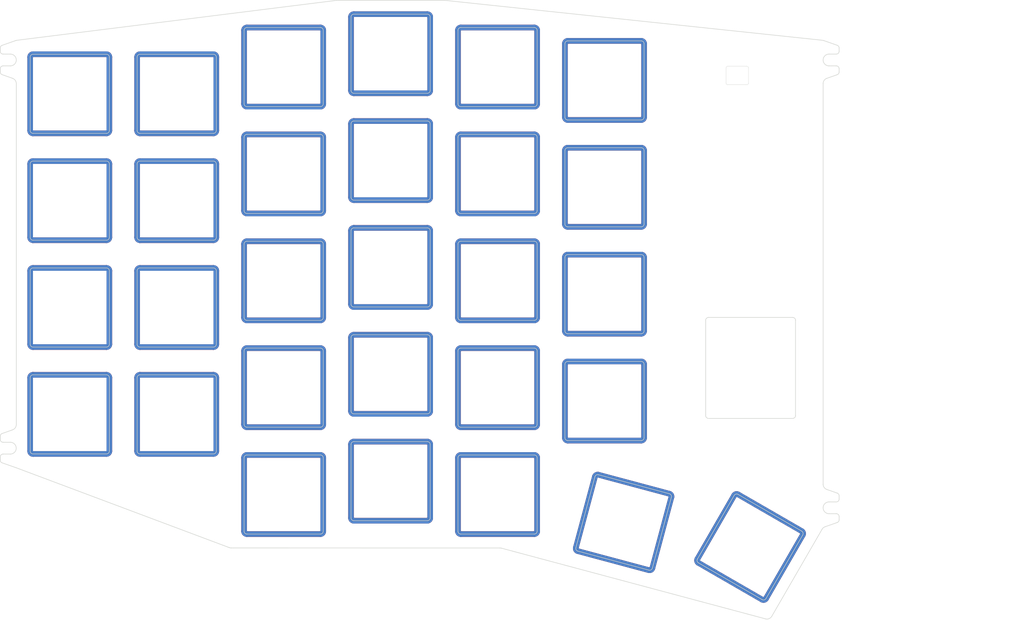
<source format=kicad_pcb>
(kicad_pcb (version 20240108) (generator "pcbnew") (generator_version "8.0")
  (layers (0 "F.Cu" signal) (31 "B.Cu" signal) (34 "B.Paste" user) (35 "F.Paste" user) (36 "B.SilkS" user "B.Silkscreen") (37 "F.SilkS" user "F.Silkscreen") (38 "B.Mask" user) (39 "F.Mask" user) (44 "Edge.Cuts" user))
  (net 0 "")
  (footprint "lib-zegonix:MX-SW-1u-Plate-Cutout" (layer "F.Cu") (at 130.55 69.7875)
    (property "Reference" "MX10" (hide yes))
    (property "Value" "Cutout")
    (fp_line (start -7.05 6.55) (end -7.05 -6.55) (stroke (width 0.1)) (layer "Edge.Cuts"))
    (fp_line (start -6.55 -7.05) (end 6.55 -7.05) (stroke (width 0.1)) (layer "Edge.Cuts"))
    (fp_line (start 6.55 7.05) (end -6.55 7.05) (stroke (width 0.1)) (layer "Edge.Cuts"))
    (fp_line (start 7.05 -6.55) (end 7.05 6.55) (stroke (width 0.1)) (layer "Edge.Cuts"))
    (fp_arc (start -7.05 -6.55) (mid -6.903553 -6.903553) (end -6.55 -7.05) (stroke (width 0.1)) (layer "Edge.Cuts"))
    (fp_arc (start -6.55 7.05) (mid -6.903553 6.903553) (end -7.05 6.55) (stroke (width 0.1)) (layer "Edge.Cuts"))
    (fp_arc (start 6.55 -7.05) (mid 6.903553 -6.903553) (end 7.05 -6.55) (stroke (width 0.1)) (layer "Edge.Cuts"))
    (fp_arc (start 7.05 6.55) (mid 6.903553 6.903553) (end 6.55 7.05) (stroke (width 0.1)) (layer "Edge.Cuts"))
  )
  (footprint "lib-zegonix:MX-SW-1u-Plate-Cutout" (layer "F.Cu") (at 149.6 110.26875)
    (property "Reference" "MX23" (hide yes))
    (property "Value" "Cutout")
    (fp_line (start -7.05 6.55) (end -7.05 -6.55) (stroke (width 0.1)) (layer "Edge.Cuts"))
    (fp_line (start -6.55 -7.05) (end 6.55 -7.05) (stroke (width 0.1)) (layer "Edge.Cuts"))
    (fp_line (start 6.55 7.05) (end -6.55 7.05) (stroke (width 0.1)) (layer "Edge.Cuts"))
    (fp_line (start 7.05 -6.55) (end 7.05 6.55) (stroke (width 0.1)) (layer "Edge.Cuts"))
    (fp_arc (start -7.05 -6.55) (mid -6.903553 -6.903553) (end -6.55 -7.05) (stroke (width 0.1)) (layer "Edge.Cuts"))
    (fp_arc (start -6.55 7.05) (mid -6.903553 6.903553) (end -7.05 6.55) (stroke (width 0.1)) (layer "Edge.Cuts"))
    (fp_arc (start 6.55 -7.05) (mid 6.903553 -6.903553) (end 7.05 -6.55) (stroke (width 0.1)) (layer "Edge.Cuts"))
    (fp_arc (start 7.05 6.55) (mid 6.903553 6.903553) (end 6.55 7.05) (stroke (width 0.1)) (layer "Edge.Cuts"))
  )
  (footprint "lib-zegonix:MX-SW-1u-Plate-Cutout" (layer "F.Cu") (at 73.4 57.88125)
    (property "Reference" "MX1" (hide yes))
    (property "Value" "Cutout")
    (fp_line (start -7.05 6.55) (end -7.05 -6.55) (stroke (width 0.1)) (layer "Edge.Cuts"))
    (fp_line (start -6.55 -7.05) (end 6.55 -7.05) (stroke (width 0.1)) (layer "Edge.Cuts"))
    (fp_line (start 6.55 7.05) (end -6.55 7.05) (stroke (width 0.1)) (layer "Edge.Cuts"))
    (fp_line (start 7.05 -6.55) (end 7.05 6.55) (stroke (width 0.1)) (layer "Edge.Cuts"))
    (fp_arc (start -7.05 -6.55) (mid -6.903553 -6.903553) (end -6.55 -7.05) (stroke (width 0.1)) (layer "Edge.Cuts"))
    (fp_arc (start -6.55 7.05) (mid -6.903553 6.903553) (end -7.05 6.55) (stroke (width 0.1)) (layer "Edge.Cuts"))
    (fp_arc (start 6.55 -7.05) (mid 6.903553 -6.903553) (end 7.05 -6.55) (stroke (width 0.1)) (layer "Edge.Cuts"))
    (fp_arc (start 7.05 6.55) (mid 6.903553 6.903553) (end 6.55 7.05) (stroke (width 0.1)) (layer "Edge.Cuts"))
  )
  (footprint "lib-zegonix:MX-SW-1u-Plate-Cutout" (layer "F.Cu") (at 92.45 115.03125)
    (property "Reference" "MX20" (hide yes))
    (property "Value" "Cutout")
    (fp_line (start -7.05 6.55) (end -7.05 -6.55) (stroke (width 0.1)) (layer "Edge.Cuts"))
    (fp_line (start -6.55 -7.05) (end 6.55 -7.05) (stroke (width 0.1)) (layer "Edge.Cuts"))
    (fp_line (start 6.55 7.05) (end -6.55 7.05) (stroke (width 0.1)) (layer "Edge.Cuts"))
    (fp_line (start 7.05 -6.55) (end 7.05 6.55) (stroke (width 0.1)) (layer "Edge.Cuts"))
    (fp_arc (start -7.05 -6.55) (mid -6.903553 -6.903553) (end -6.55 -7.05) (stroke (width 0.1)) (layer "Edge.Cuts"))
    (fp_arc (start -6.55 7.05) (mid -6.903553 6.903553) (end -7.05 6.55) (stroke (width 0.1)) (layer "Edge.Cuts"))
    (fp_arc (start 6.55 -7.05) (mid 6.903553 -6.903553) (end 7.05 -6.55) (stroke (width 0.1)) (layer "Edge.Cuts"))
    (fp_arc (start 7.05 6.55) (mid 6.903553 6.903553) (end 6.55 7.05) (stroke (width 0.1)) (layer "Edge.Cuts"))
  )
  (footprint "lib-zegonix:MX-SW-1u-Plate-Cutout" (layer "F.Cu") (at 168.65 55.5)
    (property "Reference" "MX6" (hide yes))
    (property "Value" "Cutout")
    (fp_line (start -7.05 6.55) (end -7.05 -6.55) (stroke (width 0.1)) (layer "Edge.Cuts"))
    (fp_line (start -6.55 -7.05) (end 6.55 -7.05) (stroke (width 0.1)) (layer "Edge.Cuts"))
    (fp_line (start 6.55 7.05) (end -6.55 7.05) (stroke (width 0.1)) (layer "Edge.Cuts"))
    (fp_line (start 7.05 -6.55) (end 7.05 6.55) (stroke (width 0.1)) (layer "Edge.Cuts"))
    (fp_arc (start -7.05 -6.55) (mid -6.903553 -6.903553) (end -6.55 -7.05) (stroke (width 0.1)) (layer "Edge.Cuts"))
    (fp_arc (start -6.55 7.05) (mid -6.903553 6.903553) (end -7.05 6.55) (stroke (width 0.1)) (layer "Edge.Cuts"))
    (fp_arc (start 6.55 -7.05) (mid 6.903553 -6.903553) (end 7.05 -6.55) (stroke (width 0.1)) (layer "Edge.Cuts"))
    (fp_arc (start 7.05 6.55) (mid 6.903553 6.903553) (end 6.55 7.05) (stroke (width 0.1)) (layer "Edge.Cuts"))
  )
  (footprint "lib-zegonix:MX-SW-1u-Plate-Cutout" (layer "F.Cu") (at 130.55 107.8875)
    (property "Reference" "MX22" (hide yes))
    (property "Value" "Cutout")
    (fp_line (start -7.05 6.55) (end -7.05 -6.55) (stroke (width 0.1)) (layer "Edge.Cuts"))
    (fp_line (start -6.55 -7.05) (end 6.55 -7.05) (stroke (width 0.1)) (layer "Edge.Cuts"))
    (fp_line (start 6.55 7.05) (end -6.55 7.05) (stroke (width 0.1)) (layer "Edge.Cuts"))
    (fp_line (start 7.05 -6.55) (end 7.05 6.55) (stroke (width 0.1)) (layer "Edge.Cuts"))
    (fp_arc (start -7.05 -6.55) (mid -6.903553 -6.903553) (end -6.55 -7.05) (stroke (width 0.1)) (layer "Edge.Cuts"))
    (fp_arc (start -6.55 7.05) (mid -6.903553 6.903553) (end -7.05 6.55) (stroke (width 0.1)) (layer "Edge.Cuts"))
    (fp_arc (start 6.55 -7.05) (mid 6.903553 -6.903553) (end 7.05 -6.55) (stroke (width 0.1)) (layer "Edge.Cuts"))
    (fp_arc (start 7.05 6.55) (mid 6.903553 6.903553) (end 6.55 7.05) (stroke (width 0.1)) (layer "Edge.Cuts"))
  )
  (footprint "lib-zegonix:MX-SW-1u-Plate-Cutout" (layer "F.Cu") (at 130.55 88.8375)
    (property "Reference" "MX16" (hide yes))
    (property "Value" "Cutout")
    (fp_line (start -7.05 6.55) (end -7.05 -6.55) (stroke (width 0.1)) (layer "Edge.Cuts"))
    (fp_line (start -6.55 -7.05) (end 6.55 -7.05) (stroke (width 0.1)) (layer "Edge.Cuts"))
    (fp_line (start 6.55 7.05) (end -6.55 7.05) (stroke (width 0.1)) (layer "Edge.Cuts"))
    (fp_line (start 7.05 -6.55) (end 7.05 6.55) (stroke (width 0.1)) (layer "Edge.Cuts"))
    (fp_arc (start -7.05 -6.55) (mid -6.903553 -6.903553) (end -6.55 -7.05) (stroke (width 0.1)) (layer "Edge.Cuts"))
    (fp_arc (start -6.55 7.05) (mid -6.903553 6.903553) (end -7.05 6.55) (stroke (width 0.1)) (layer "Edge.Cuts"))
    (fp_arc (start 6.55 -7.05) (mid 6.903553 -6.903553) (end 7.05 -6.55) (stroke (width 0.1)) (layer "Edge.Cuts"))
    (fp_arc (start 7.05 6.55) (mid 6.903553 6.903553) (end 6.55 7.05) (stroke (width 0.1)) (layer "Edge.Cuts"))
  )
  (footprint "lib-zegonix:MX-SW-1u-Plate-Cutout" (layer "F.Cu") (at 168.65 112.65)
    (property "Reference" "MX24" (hide yes))
    (property "Value" "Cutout")
    (fp_line (start -7.05 6.55) (end -7.05 -6.55) (stroke (width 0.1)) (layer "Edge.Cuts"))
    (fp_line (start -6.55 -7.05) (end 6.55 -7.05) (stroke (width 0.1)) (layer "Edge.Cuts"))
    (fp_line (start 6.55 7.05) (end -6.55 7.05) (stroke (width 0.1)) (layer "Edge.Cuts"))
    (fp_line (start 7.05 -6.55) (end 7.05 6.55) (stroke (width 0.1)) (layer "Edge.Cuts"))
    (fp_arc (start -7.05 -6.55) (mid -6.903553 -6.903553) (end -6.55 -7.05) (stroke (width 0.1)) (layer "Edge.Cuts"))
    (fp_arc (start -6.55 7.05) (mid -6.903553 6.903553) (end -7.05 6.55) (stroke (width 0.1)) (layer "Edge.Cuts"))
    (fp_arc (start 6.55 -7.05) (mid 6.903553 -6.903553) (end 7.05 -6.55) (stroke (width 0.1)) (layer "Edge.Cuts"))
    (fp_arc (start 7.05 6.55) (mid 6.903553 6.903553) (end 6.55 7.05) (stroke (width 0.1)) (layer "Edge.Cuts"))
  )
  (footprint "lib-zegonix:MX-SW-1u-Plate-Cutout" (layer "F.Cu") (at 111.5 129.31875)
    (property "Reference" "MX25" (hide yes))
    (property "Value" "Cutout")
    (fp_line (start -7.05 6.55) (end -7.05 -6.55) (stroke (width 0.1)) (layer "Edge.Cuts"))
    (fp_line (start -6.55 -7.05) (end 6.55 -7.05) (stroke (width 0.1)) (layer "Edge.Cuts"))
    (fp_line (start 6.55 7.05) (end -6.55 7.05) (stroke (width 0.1)) (layer "Edge.Cuts"))
    (fp_line (start 7.05 -6.55) (end 7.05 6.55) (stroke (width 0.1)) (layer "Edge.Cuts"))
    (fp_arc (start -7.05 -6.55) (mid -6.903553 -6.903553) (end -6.55 -7.05) (stroke (width 0.1)) (layer "Edge.Cuts"))
    (fp_arc (start -6.55 7.05) (mid -6.903553 6.903553) (end -7.05 6.55) (stroke (width 0.1)) (layer "Edge.Cuts"))
    (fp_arc (start 6.55 -7.05) (mid 6.903553 -6.903553) (end 7.05 -6.55) (stroke (width 0.1)) (layer "Edge.Cuts"))
    (fp_arc (start 7.05 6.55) (mid 6.903553 6.903553) (end 6.55 7.05) (stroke (width 0.1)) (layer "Edge.Cuts"))
  )
  (footprint "lib-zegonix:MX-SW-1u-Plate-Cutout" (layer "F.Cu") (at 130.55 50.7375)
    (property "Reference" "MX4" (hide yes))
    (property "Value" "Cutout")
    (fp_line (start -7.05 6.55) (end -7.05 -6.55) (stroke (width 0.1)) (layer "Edge.Cuts"))
    (fp_line (start -6.55 -7.05) (end 6.55 -7.05) (stroke (width 0.1)) (layer "Edge.Cuts"))
    (fp_line (start 6.55 7.05) (end -6.55 7.05) (stroke (width 0.1)) (layer "Edge.Cuts"))
    (fp_line (start 7.05 -6.55) (end 7.05 6.55) (stroke (width 0.1)) (layer "Edge.Cuts"))
    (fp_arc (start -7.05 -6.55) (mid -6.903553 -6.903553) (end -6.55 -7.05) (stroke (width 0.1)) (layer "Edge.Cuts"))
    (fp_arc (start -6.55 7.05) (mid -6.903553 6.903553) (end -7.05 6.55) (stroke (width 0.1)) (layer "Edge.Cuts"))
    (fp_arc (start 6.55 -7.05) (mid 6.903553 -6.903553) (end 7.05 -6.55) (stroke (width 0.1)) (layer "Edge.Cuts"))
    (fp_arc (start 7.05 6.55) (mid 6.903553 6.903553) (end 6.55 7.05) (stroke (width 0.1)) (layer "Edge.Cuts"))
  )
  (footprint "lib-zegonix:MX-SW-1u-Plate-Cutout" (layer "F.Cu") (at 168.65 93.6)
    (property "Reference" "MX18" (hide yes))
    (property "Value" "Cutout")
    (fp_line (start -7.05 6.55) (end -7.05 -6.55) (stroke (width 0.1)) (layer "Edge.Cuts"))
    (fp_line (start -6.55 -7.05) (end 6.55 -7.05) (stroke (width 0.1)) (layer "Edge.Cuts"))
    (fp_line (start 6.55 7.05) (end -6.55 7.05) (stroke (width 0.1)) (layer "Edge.Cuts"))
    (fp_line (start 7.05 -6.55) (end 7.05 6.55) (stroke (width 0.1)) (layer "Edge.Cuts"))
    (fp_arc (start -7.05 -6.55) (mid -6.903553 -6.903553) (end -6.55 -7.05) (stroke (width 0.1)) (layer "Edge.Cuts"))
    (fp_arc (start -6.55 7.05) (mid -6.903553 6.903553) (end -7.05 6.55) (stroke (width 0.1)) (layer "Edge.Cuts"))
    (fp_arc (start 6.55 -7.05) (mid 6.903553 -6.903553) (end 7.05 -6.55) (stroke (width 0.1)) (layer "Edge.Cuts"))
    (fp_arc (start 7.05 6.55) (mid 6.903553 6.903553) (end 6.55 7.05) (stroke (width 0.1)) (layer "Edge.Cuts"))
  )
  (footprint "lib-zegonix:MX-SW-1u-Plate-Cutout" (layer "F.Cu") (at 111.5 91.21875)
    (property "Reference" "MX15" (hide yes))
    (property "Value" "Cutout")
    (fp_line (start -7.05 6.55) (end -7.05 -6.55) (stroke (width 0.1)) (layer "Edge.Cuts"))
    (fp_line (start -6.55 -7.05) (end 6.55 -7.05) (stroke (width 0.1)) (layer "Edge.Cuts"))
    (fp_line (start 6.55 7.05) (end -6.55 7.05) (stroke (width 0.1)) (layer "Edge.Cuts"))
    (fp_line (start 7.05 -6.55) (end 7.05 6.55) (stroke (width 0.1)) (layer "Edge.Cuts"))
    (fp_arc (start -7.05 -6.55) (mid -6.903553 -6.903553) (end -6.55 -7.05) (stroke (width 0.1)) (layer "Edge.Cuts"))
    (fp_arc (start -6.55 7.05) (mid -6.903553 6.903553) (end -7.05 6.55) (stroke (width 0.1)) (layer "Edge.Cuts"))
    (fp_arc (start 6.55 -7.05) (mid 6.903553 -6.903553) (end 7.05 -6.55) (stroke (width 0.1)) (layer "Edge.Cuts"))
    (fp_arc (start 7.05 6.55) (mid 6.903553 6.903553) (end 6.55 7.05) (stroke (width 0.1)) (layer "Edge.Cuts"))
  )
  (footprint "lib-zegonix:MX-SW-1u-Plate-Cutout" (layer "F.Cu") (at 73.4 95.98125)
    (property "Reference" "MX13" (hide yes))
    (property "Value" "Cutout")
    (fp_line (start -7.05 6.55) (end -7.05 -6.55) (stroke (width 0.1)) (layer "Edge.Cuts"))
    (fp_line (start -6.55 -7.05) (end 6.55 -7.05) (stroke (width 0.1)) (layer "Edge.Cuts"))
    (fp_line (start 6.55 7.05) (end -6.55 7.05) (stroke (width 0.1)) (layer "Edge.Cuts"))
    (fp_line (start 7.05 -6.55) (end 7.05 6.55) (stroke (width 0.1)) (layer "Edge.Cuts"))
    (fp_arc (start -7.05 -6.55) (mid -6.903553 -6.903553) (end -6.55 -7.05) (stroke (width 0.1)) (layer "Edge.Cuts"))
    (fp_arc (start -6.55 7.05) (mid -6.903553 6.903553) (end -7.05 6.55) (stroke (width 0.1)) (layer "Edge.Cuts"))
    (fp_arc (start 6.55 -7.05) (mid 6.903553 -6.903553) (end 7.05 -6.55) (stroke (width 0.1)) (layer "Edge.Cuts"))
    (fp_arc (start 7.05 6.55) (mid 6.903553 6.903553) (end 6.55 7.05) (stroke (width 0.1)) (layer "Edge.Cuts"))
  )
  (footprint "lib-zegonix:MX-SW-1u-Plate-Cutout" (layer "F.Cu") (at 130.55 126.9375)
    (property "Reference" "MX26" (hide yes))
    (property "Value" "Cutout")
    (fp_line (start -7.05 6.55) (end -7.05 -6.55) (stroke (width 0.1)) (layer "Edge.Cuts"))
    (fp_line (start -6.55 -7.05) (end 6.55 -7.05) (stroke (width 0.1)) (layer "Edge.Cuts"))
    (fp_line (start 6.55 7.05) (end -6.55 7.05) (stroke (width 0.1)) (layer "Edge.Cuts"))
    (fp_line (start 7.05 -6.55) (end 7.05 6.55) (stroke (width 0.1)) (layer "Edge.Cuts"))
    (fp_arc (start -7.05 -6.55) (mid -6.903553 -6.903553) (end -6.55 -7.05) (stroke (width 0.1)) (layer "Edge.Cuts"))
    (fp_arc (start -6.55 7.05) (mid -6.903553 6.903553) (end -7.05 6.55) (stroke (width 0.1)) (layer "Edge.Cuts"))
    (fp_arc (start 6.55 -7.05) (mid 6.903553 -6.903553) (end 7.05 -6.55) (stroke (width 0.1)) (layer "Edge.Cuts"))
    (fp_arc (start 7.05 6.55) (mid 6.903553 6.903553) (end 6.55 7.05) (stroke (width 0.1)) (layer "Edge.Cuts"))
  )
  (footprint "lib-zegonix:MX-SW-1u-Plate-Cutout" (layer "F.Cu") (at 92.45 57.88125)
    (property "Reference" "MX2" (hide yes))
    (property "Value" "Cutout")
    (fp_line (start -7.05 6.55) (end -7.05 -6.55) (stroke (width 0.1)) (layer "Edge.Cuts"))
    (fp_line (start -6.55 -7.05) (end 6.55 -7.05) (stroke (width 0.1)) (layer "Edge.Cuts"))
    (fp_line (start 6.55 7.05) (end -6.55 7.05) (stroke (width 0.1)) (layer "Edge.Cuts"))
    (fp_line (start 7.05 -6.55) (end 7.05 6.55) (stroke (width 0.1)) (layer "Edge.Cuts"))
    (fp_arc (start -7.05 -6.55) (mid -6.903553 -6.903553) (end -6.55 -7.05) (stroke (width 0.1)) (layer "Edge.Cuts"))
    (fp_arc (start -6.55 7.05) (mid -6.903553 6.903553) (end -7.05 6.55) (stroke (width 0.1)) (layer "Edge.Cuts"))
    (fp_arc (start 6.55 -7.05) (mid 6.903553 -6.903553) (end 7.05 -6.55) (stroke (width 0.1)) (layer "Edge.Cuts"))
    (fp_arc (start 7.05 6.55) (mid 6.903553 6.903553) (end 6.55 7.05) (stroke (width 0.1)) (layer "Edge.Cuts"))
  )
  (footprint "lib-zegonix:MX-SW-1u-Plate-Cutout" (layer "F.Cu") (at 149.6 72.16875)
    (property "Reference" "MX11" (hide yes))
    (property "Value" "Cutout")
    (fp_line (start -7.05 6.55) (end -7.05 -6.55) (stroke (width 0.1)) (layer "Edge.Cuts"))
    (fp_line (start -6.55 -7.05) (end 6.55 -7.05) (stroke (width 0.1)) (layer "Edge.Cuts"))
    (fp_line (start 6.55 7.05) (end -6.55 7.05) (stroke (width 0.1)) (layer "Edge.Cuts"))
    (fp_line (start 7.05 -6.55) (end 7.05 6.55) (stroke (width 0.1)) (layer "Edge.Cuts"))
    (fp_arc (start -7.05 -6.55) (mid -6.903553 -6.903553) (end -6.55 -7.05) (stroke (width 0.1)) (layer "Edge.Cuts"))
    (fp_arc (start -6.55 7.05) (mid -6.903553 6.903553) (end -7.05 6.55) (stroke (width 0.1)) (layer "Edge.Cuts"))
    (fp_arc (start 6.55 -7.05) (mid 6.903553 -6.903553) (end 7.05 -6.55) (stroke (width 0.1)) (layer "Edge.Cuts"))
    (fp_arc (start 7.05 6.55) (mid 6.903553 6.903553) (end 6.55 7.05) (stroke (width 0.1)) (layer "Edge.Cuts"))
  )
  (footprint "lib-zegonix:MX-SW-1u-Plate-Cutout" (layer "F.Cu") (at 73.4 76.93125)
    (property "Reference" "MX7" (hide yes))
    (property "Value" "Cutout")
    (fp_line (start -7.05 6.55) (end -7.05 -6.55) (stroke (width 0.1)) (layer "Edge.Cuts"))
    (fp_line (start -6.55 -7.05) (end 6.55 -7.05) (stroke (width 0.1)) (layer "Edge.Cuts"))
    (fp_line (start 6.55 7.05) (end -6.55 7.05) (stroke (width 0.1)) (layer "Edge.Cuts"))
    (fp_line (start 7.05 -6.55) (end 7.05 6.55) (stroke (width 0.1)) (layer "Edge.Cuts"))
    (fp_arc (start -7.05 -6.55) (mid -6.903553 -6.903553) (end -6.55 -7.05) (stroke (width 0.1)) (layer "Edge.Cuts"))
    (fp_arc (start -6.55 7.05) (mid -6.903553 6.903553) (end -7.05 6.55) (stroke (width 0.1)) (layer "Edge.Cuts"))
    (fp_arc (start 6.55 -7.05) (mid 6.903553 -6.903553) (end 7.05 -6.55) (stroke (width 0.1)) (layer "Edge.Cuts"))
    (fp_arc (start 7.05 6.55) (mid 6.903553 6.903553) (end 6.55 7.05) (stroke (width 0.1)) (layer "Edge.Cuts"))
  )
  (footprint "lib-zegonix:MX-SW-1u-Plate-Cutout" (layer "F.Cu") (at 92.45 95.98125)
    (property "Reference" "MX14" (hide yes))
    (property "Value" "Cutout")
    (fp_line (start -7.05 6.55) (end -7.05 -6.55) (stroke (width 0.1)) (layer "Edge.Cuts"))
    (fp_line (start -6.55 -7.05) (end 6.55 -7.05) (stroke (width 0.1)) (layer "Edge.Cuts"))
    (fp_line (start 6.55 7.05) (end -6.55 7.05) (stroke (width 0.1)) (layer "Edge.Cuts"))
    (fp_line (start 7.05 -6.55) (end 7.05 6.55) (stroke (width 0.1)) (layer "Edge.Cuts"))
    (fp_arc (start -7.05 -6.55) (mid -6.903553 -6.903553) (end -6.55 -7.05) (stroke (width 0.1)) (layer "Edge.Cuts"))
    (fp_arc (start -6.55 7.05) (mid -6.903553 6.903553) (end -7.05 6.55) (stroke (width 0.1)) (layer "Edge.Cuts"))
    (fp_arc (start 6.55 -7.05) (mid 6.903553 -6.903553) (end 7.05 -6.55) (stroke (width 0.1)) (layer "Edge.Cuts"))
    (fp_arc (start 7.05 6.55) (mid 6.903553 6.903553) (end 6.55 7.05) (stroke (width 0.1)) (layer "Edge.Cuts"))
  )
  (footprint "lib-zegonix:MX-SW-1u-Plate-Cutout" (layer "F.Cu") (at 111.5 53.11875)
    (property "Reference" "MX3" (hide yes))
    (property "Value" "Cutout")
    (fp_line (start -7.05 6.55) (end -7.05 -6.55) (stroke (width 0.1)) (layer "Edge.Cuts"))
    (fp_line (start -6.55 -7.05) (end 6.55 -7.05) (stroke (width 0.1)) (layer "Edge.Cuts"))
    (fp_line (start 6.55 7.05) (end -6.55 7.05) (stroke (width 0.1)) (layer "Edge.Cuts"))
    (fp_line (start 7.05 -6.55) (end 7.05 6.55) (stroke (width 0.1)) (layer "Edge.Cuts"))
    (fp_arc (start -7.05 -6.55) (mid -6.903553 -6.903553) (end -6.55 -7.05) (stroke (width 0.1)) (layer "Edge.Cuts"))
    (fp_arc (start -6.55 7.05) (mid -6.903553 6.903553) (end -7.05 6.55) (stroke (width 0.1)) (layer "Edge.Cuts"))
    (fp_arc (start 6.55 -7.05) (mid 6.903553 -6.903553) (end 7.05 -6.55) (stroke (width 0.1)) (layer "Edge.Cuts"))
    (fp_arc (start 7.05 6.55) (mid 6.903553 6.903553) (end 6.55 7.05) (stroke (width 0.1)) (layer "Edge.Cuts"))
  )
  (footprint "lib-zegonix:MX-SW-1u-Plate-Cutout" (layer "F.Cu") (at 149.6 53.11875)
    (property "Reference" "MX5" (hide yes))
    (property "Value" "Cutout")
    (fp_line (start -7.05 6.55) (end -7.05 -6.55) (stroke (width 0.1)) (layer "Edge.Cuts"))
    (fp_line (start -6.55 -7.05) (end 6.55 -7.05) (stroke (width 0.1)) (layer "Edge.Cuts"))
    (fp_line (start 6.55 7.05) (end -6.55 7.05) (stroke (width 0.1)) (layer "Edge.Cuts"))
    (fp_line (start 7.05 -6.55) (end 7.05 6.55) (stroke (width 0.1)) (layer "Edge.Cuts"))
    (fp_arc (start -7.05 -6.55) (mid -6.903553 -6.903553) (end -6.55 -7.05) (stroke (width 0.1)) (layer "Edge.Cuts"))
    (fp_arc (start -6.55 7.05) (mid -6.903553 6.903553) (end -7.05 6.55) (stroke (width 0.1)) (layer "Edge.Cuts"))
    (fp_arc (start 6.55 -7.05) (mid 6.903553 -6.903553) (end 7.05 -6.55) (stroke (width 0.1)) (layer "Edge.Cuts"))
    (fp_arc (start 7.05 6.55) (mid 6.903553 6.903553) (end 6.55 7.05) (stroke (width 0.1)) (layer "Edge.Cuts"))
  )
  (footprint "lib-zegonix:MX-SW-1u-Plate-Cutout" (layer "F.Cu") (at 92.45 76.93125)
    (property "Reference" "MX8" (hide yes))
    (property "Value" "Cutout")
    (fp_line (start -7.05 6.55) (end -7.05 -6.55) (stroke (width 0.1)) (layer "Edge.Cuts"))
    (fp_line (start -6.55 -7.05) (end 6.55 -7.05) (stroke (width 0.1)) (layer "Edge.Cuts"))
    (fp_line (start 6.55 7.05) (end -6.55 7.05) (stroke (width 0.1)) (layer "Edge.Cuts"))
    (fp_line (start 7.05 -6.55) (end 7.05 6.55) (stroke (width 0.1)) (layer "Edge.Cuts"))
    (fp_arc (start -7.05 -6.55) (mid -6.903553 -6.903553) (end -6.55 -7.05) (stroke (width 0.1)) (layer "Edge.Cuts"))
    (fp_arc (start -6.55 7.05) (mid -6.903553 6.903553) (end -7.05 6.55) (stroke (width 0.1)) (layer "Edge.Cuts"))
    (fp_arc (start 6.55 -7.05) (mid 6.903553 -6.903553) (end 7.05 -6.55) (stroke (width 0.1)) (layer "Edge.Cuts"))
    (fp_arc (start 7.05 6.55) (mid 6.903553 6.903553) (end 6.55 7.05) (stroke (width 0.1)) (layer "Edge.Cuts"))
  )
  (footprint "lib-zegonix:MX-SW-1u-Plate-Cutout" (layer "F.Cu") (at 73.4 115.03125)
    (property "Reference" "MX19" (hide yes))
    (property "Value" "Cutout")
    (fp_line (start -7.05 6.55) (end -7.05 -6.55) (stroke (width 0.1)) (layer "Edge.Cuts"))
    (fp_line (start -6.55 -7.05) (end 6.55 -7.05) (stroke (width 0.1)) (layer "Edge.Cuts"))
    (fp_line (start 6.55 7.05) (end -6.55 7.05) (stroke (width 0.1)) (layer "Edge.Cuts"))
    (fp_line (start 7.05 -6.55) (end 7.05 6.55) (stroke (width 0.1)) (layer "Edge.Cuts"))
    (fp_arc (start -7.05 -6.55) (mid -6.903553 -6.903553) (end -6.55 -7.05) (stroke (width 0.1)) (layer "Edge.Cuts"))
    (fp_arc (start -6.55 7.05) (mid -6.903553 6.903553) (end -7.05 6.55) (stroke (width 0.1)) (layer "Edge.Cuts"))
    (fp_arc (start 6.55 -7.05) (mid 6.903553 -6.903553) (end 7.05 -6.55) (stroke (width 0.1)) (layer "Edge.Cuts"))
    (fp_arc (start 7.05 6.55) (mid 6.903553 6.903553) (end 6.55 7.05) (stroke (width 0.1)) (layer "Edge.Cuts"))
  )
  (footprint "lib-zegonix:MX-SW-1u-Plate-Cutout" (layer "F.Cu") (at 149.6 91.21875)
    (property "Reference" "MX17" (hide yes))
    (property "Value" "Cutout")
    (fp_line (start -7.05 6.55) (end -7.05 -6.55) (stroke (width 0.1)) (layer "Edge.Cuts"))
    (fp_line (start -6.55 -7.05) (end 6.55 -7.05) (stroke (width 0.1)) (layer "Edge.Cuts"))
    (fp_line (start 6.55 7.05) (end -6.55 7.05) (stroke (width 0.1)) (layer "Edge.Cuts"))
    (fp_line (start 7.05 -6.55) (end 7.05 6.55) (stroke (width 0.1)) (layer "Edge.Cuts"))
    (fp_arc (start -7.05 -6.55) (mid -6.903553 -6.903553) (end -6.55 -7.05) (stroke (width 0.1)) (layer "Edge.Cuts"))
    (fp_arc (start -6.55 7.05) (mid -6.903553 6.903553) (end -7.05 6.55) (stroke (width 0.1)) (layer "Edge.Cuts"))
    (fp_arc (start 6.55 -7.05) (mid 6.903553 -6.903553) (end 7.05 -6.55) (stroke (width 0.1)) (layer "Edge.Cuts"))
    (fp_arc (start 7.05 6.55) (mid 6.903553 6.903553) (end 6.55 7.05) (stroke (width 0.1)) (layer "Edge.Cuts"))
  )
  (footprint "lib-zegonix:MX-SW-1u-Plate-Cutout" (layer "F.Cu") (at 111.5 72.16875)
    (property "Reference" "MX9" (hide yes))
    (property "Value" "Cutout")
    (fp_line (start -7.05 6.55) (end -7.05 -6.55) (stroke (width 0.1)) (layer "Edge.Cuts"))
    (fp_line (start -6.55 -7.05) (end 6.55 -7.05) (stroke (width 0.1)) (layer "Edge.Cuts"))
    (fp_line (start 6.55 7.05) (end -6.55 7.05) (stroke (width 0.1)) (layer "Edge.Cuts"))
    (fp_line (start 7.05 -6.55) (end 7.05 6.55) (stroke (width 0.1)) (layer "Edge.Cuts"))
    (fp_arc (start -7.05 -6.55) (mid -6.903553 -6.903553) (end -6.55 -7.05) (stroke (width 0.1)) (layer "Edge.Cuts"))
    (fp_arc (start -6.55 7.05) (mid -6.903553 6.903553) (end -7.05 6.55) (stroke (width 0.1)) (layer "Edge.Cuts"))
    (fp_arc (start 6.55 -7.05) (mid 6.903553 -6.903553) (end 7.05 -6.55) (stroke (width 0.1)) (layer "Edge.Cuts"))
    (fp_arc (start 7.05 6.55) (mid 6.903553 6.903553) (end 6.55 7.05) (stroke (width 0.1)) (layer "Edge.Cuts"))
  )
  (footprint "lib-zegonix:MX-SW-1u-Plate-Cutout" (layer "F.Cu") (at 172.056853 134.296277 -15)
    (property "Reference" "MX28" (hide yes))
    (property "Value" "Cutout")
    (fp_line (start -7.05 6.55) (end -7.05 -6.55) (stroke (width 0.1)) (layer "Edge.Cuts"))
    (fp_line (start -6.55 -7.05) (end 6.55 -7.05) (stroke (width 0.1)) (layer "Edge.Cuts"))
    (fp_line (start 6.55 7.05) (end -6.55 7.05) (stroke (width 0.1)) (layer "Edge.Cuts"))
    (fp_line (start 7.05 -6.55) (end 7.05 6.55) (stroke (width 0.1)) (layer "Edge.Cuts"))
    (fp_arc (start -6.55 7.05) (mid -6.903553 6.903553) (end -7.05 6.55) (stroke (width 0.1)) (layer "Edge.Cuts"))
    (fp_arc (start -7.05 -6.55) (mid -6.903553 -6.903553) (end -6.55 -7.05) (stroke (width 0.1)) (layer "Edge.Cuts"))
    (fp_arc (start 7.05 6.55) (mid 6.903553 6.903553) (end 6.55 7.05) (stroke (width 0.1)) (layer "Edge.Cuts"))
    (fp_arc (start 6.55 -7.05) (mid 6.903553 -6.903553) (end 7.05 -6.55) (stroke (width 0.1)) (layer "Edge.Cuts"))
  )
  (footprint "lib-zegonix:MX-SW-1u-Plate-Cutout" (layer "F.Cu") (at 111.5 110.26875)
    (property "Reference" "MX21" (hide yes))
    (property "Value" "Cutout")
    (fp_line (start -7.05 6.55) (end -7.05 -6.55) (stroke (width 0.1)) (layer "Edge.Cuts"))
    (fp_line (start -6.55 -7.05) (end 6.55 -7.05) (stroke (width 0.1)) (layer "Edge.Cuts"))
    (fp_line (start 6.55 7.05) (end -6.55 7.05) (stroke (width 0.1)) (layer "Edge.Cuts"))
    (fp_line (start 7.05 -6.55) (end 7.05 6.55) (stroke (width 0.1)) (layer "Edge.Cuts"))
    (fp_arc (start -7.05 -6.55) (mid -6.903553 -6.903553) (end -6.55 -7.05) (stroke (width 0.1)) (layer "Edge.Cuts"))
    (fp_arc (start -6.55 7.05) (mid -6.903553 6.903553) (end -7.05 6.55) (stroke (width 0.1)) (layer "Edge.Cuts"))
    (fp_arc (start 6.55 -7.05) (mid 6.903553 -6.903553) (end 7.05 -6.55) (stroke (width 0.1)) (layer "Edge.Cuts"))
    (fp_arc (start 7.05 6.55) (mid 6.903553 6.903553) (end 6.55 7.05) (stroke (width 0.1)) (layer "Edge.Cuts"))
  )
  (footprint "lib-zegonix:MX-SW-1u-Plate-Cutout" (layer "F.Cu") (at 149.6 129.31875)
    (property "Reference" "MX27" (hide yes))
    (property "Value" "Cutout")
    (fp_line (start -7.05 6.55) (end -7.05 -6.55) (stroke (width 0.1)) (layer "Edge.Cuts"))
    (fp_line (start -6.55 -7.05) (end 6.55 -7.05) (stroke (width 0.1)) (layer "Edge.Cuts"))
    (fp_line (start 6.55 7.05) (end -6.55 7.05) (stroke (width 0.1)) (layer "Edge.Cuts"))
    (fp_line (start 7.05 -6.55) (end 7.05 6.55) (stroke (width 0.1)) (layer "Edge.Cuts"))
    (fp_arc (start -7.05 -6.55) (mid -6.903553 -6.903553) (end -6.55 -7.05) (stroke (width 0.1)) (layer "Edge.Cuts"))
    (fp_arc (start -6.55 7.05) (mid -6.903553 6.903553) (end -7.05 6.55) (stroke (width 0.1)) (layer "Edge.Cuts"))
    (fp_arc (start 6.55 -7.05) (mid 6.903553 -6.903553) (end 7.05 -6.55) (stroke (width 0.1)) (layer "Edge.Cuts"))
    (fp_arc (start 7.05 6.55) (mid 6.903553 6.903553) (end 6.55 7.05) (stroke (width 0.1)) (layer "Edge.Cuts"))
  )
  (footprint "lib-zegonix:MX-SW-1u-Plate-Cutout" (layer "F.Cu") (at 194.581164 138.672784 -30)
    (property "Reference" "MX29" (hide yes))
    (property "Value" "Cutout")
    (fp_line (start -7.05 6.55) (end -7.05 -6.55) (stroke (width 0.1)) (layer "Edge.Cuts"))
    (fp_line (start -6.55 -7.05) (end 6.55 -7.05) (stroke (width 0.1)) (layer "Edge.Cuts"))
    (fp_line (start 6.55 7.05) (end -6.55 7.05) (stroke (width 0.1)) (layer "Edge.Cuts"))
    (fp_line (start 7.05 -6.55) (end 7.05 6.55) (stroke (width 0.1)) (layer "Edge.Cuts"))
    (fp_arc (start -6.55 7.05) (mid -6.903553 6.903553) (end -7.05 6.55) (stroke (width 0.1)) (layer "Edge.Cuts"))
    (fp_arc (start -7.05 -6.55) (mid -6.903553 -6.903553) (end -6.55 -7.05) (stroke (width 0.1)) (layer "Edge.Cuts"))
    (fp_arc (start 7.05 6.55) (mid 6.903553 6.903553) (end 6.55 7.05) (stroke (width 0.1)) (layer "Edge.Cuts"))
    (fp_arc (start 6.55 -7.05) (mid 6.903553 -6.903553) (end 7.05 -6.55) (stroke (width 0.1)) (layer "Edge.Cuts"))
  )
  (footprint "lib-zegonix:MX-SW-1u-Plate-Cutout" (layer "F.Cu") (at 168.65 74.55)
    (property "Reference" "MX12" (hide yes))
    (property "Value" "Cutout")
    (fp_line (start -7.05 6.55) (end -7.05 -6.55) (stroke (width 0.1)) (layer "Edge.Cuts"))
    (fp_line (start -6.55 -7.05) (end 6.55 -7.05) (stroke (width 0.1)) (layer "Edge.Cuts"))
    (fp_line (start 6.55 7.05) (end -6.55 7.05) (stroke (width 0.1)) (layer "Edge.Cuts"))
    (fp_line (start 7.05 -6.55) (end 7.05 6.55) (stroke (width 0.1)) (layer "Edge.Cuts"))
    (fp_arc (start -7.05 -6.55) (mid -6.903553 -6.903553) (end -6.55 -7.05) (stroke (width 0.1)) (layer "Edge.Cuts"))
    (fp_arc (start -6.55 7.05) (mid -6.903553 6.903553) (end -7.05 6.55) (stroke (width 0.1)) (layer "Edge.Cuts"))
    (fp_arc (start 6.55 -7.05) (mid 6.903553 -6.903553) (end 7.05 -6.55) (stroke (width 0.1)) (layer "Edge.Cuts"))
    (fp_arc (start 7.05 6.55) (mid 6.903553 6.903553) (end 6.55 7.05) (stroke (width 0.1)) (layer "Edge.Cuts"))
  )
  (gr_line (start 194.3 53.275) (end 194.3 55.975) (stroke (width 0.05)) (layer "Edge.Cuts"))
  (gr_arc (start 202.175 97.75) (mid 202.528553 97.896447) (end 202.675 98.25) (stroke (width 0.1)) (layer "Edge.Cuts"))
  (gr_arc (start 63.206088 55.121541) (mid 63.690793 55.486823) (end 63.875 56.065141) (stroke (width 0.1)) (layer "Edge.Cuts"))
  (gr_line (start 209.942556 132.736391) (end 208.642556 132.73639) (stroke (width 0.1)) (layer "Edge.Cuts"))
  (gr_arc (start 61.359457 123.673603) (mid 61.117095 123.490965) (end 61.025001 123.201804) (stroke (width 0.1)) (layer "Edge.Cuts"))
  (gr_arc (start 207.407277 135.507305) (mid 207.634972 135.237542) (end 207.942214 135.063705) (stroke (width 0.1)) (layer "Edge.Cuts"))
  (gr_arc (start 102.156303 138.843761) (mid 101.97791 138.827709) (end 101.805241 138.780091) (stroke (width 0.1)) (layer "Edge.Cuts"))
  (gr_line (start 61.525 122.106249) (end 62.825 122.106248) (stroke (width 0.1)) (layer "Edge.Cuts"))
  (gr_line (start 197.326375 151.485577) (end 150.28477 138.880817) (stroke (width 0.1)) (layer "Edge.Cuts"))
  (gr_line (start 186.675 115.25) (end 186.675 98.25) (stroke (width 0.1)) (layer "Edge.Cuts"))
  (gr_line (start 209.942555 130.636394) (end 208.642555 130.636393) (stroke (width 0.1)) (layer "Edge.Cuts"))
  (gr_arc (start 210.442555 50.30625) (mid 210.296088 50.659755) (end 209.942555 50.806249) (stroke (width 0.1)) (layer "Edge.Cuts"))
  (gr_line (start 61.025001 50.30625) (end 61.025 49.710694) (stroke (width 0.1)) (layer "Edge.Cuts"))
  (gr_line (start 190.6 52.975) (end 194 52.975) (stroke (width 0.05)) (layer "Edge.Cuts"))
  (gr_arc (start 62.825001 50.806248) (mid 63.875003 51.856248) (end 62.825 52.906245) (stroke (width 0.1)) (layer "Edge.Cuts"))
  (gr_line (start 61.025 53.406247) (end 61.025001 54.001801) (stroke (width 0.1)) (layer "Edge.Cuts"))
  (gr_arc (start 61.525001 50.806249) (mid 61.17143 50.659806) (end 61.025001 50.30625) (stroke (width 0.1)) (layer "Edge.Cuts"))
  (gr_arc (start 61.025 122.60625) (mid 61.171429 122.252664) (end 61.525 122.106249) (stroke (width 0.1)) (layer "Edge.Cuts"))
  (gr_line (start 210.108099 49.238893) (end 207.702527 48.394836) (stroke (width 0.1)) (layer "Edge.Cuts"))
  (gr_arc (start 63.864944 124.552721) (mid 63.874981 124.556303) (end 63.884979 124.559992) (stroke (width 0.1)) (layer "Edge.Cuts"))
  (gr_arc (start 62.825001 120.006251) (mid 63.875003 121.056251) (end 62.825 122.106248) (stroke (width 0.1)) (layer "Edge.Cuts"))
  (gr_line (start 61.025001 119.506253) (end 61.025 118.910697) (stroke (width 0.1)) (layer "Edge.Cuts"))
  (gr_line (start 207.407277 135.507305) (end 198.45122 151.019651) (stroke (width 0.1)) (layer "Edge.Cuts"))
  (gr_arc (start 207.592556 56.065141) (mid 207.776728 55.486792) (end 208.261468 55.121541) (stroke (width 0.1)) (layer "Edge.Cuts"))
  (gr_line (start 150.026013 138.846743) (end 102.156303 138.843761) (stroke (width 0.1)) (layer "Edge.Cuts"))
  (gr_arc (start 187.175 115.75) (mid 186.821447 115.603553) (end 186.675 115.25) (stroke (width 0.1)) (layer "Edge.Cuts"))
  (gr_line (start 210.108099 54.4736) (end 208.261468 55.121541) (stroke (width 0.1)) (layer "Edge.Cuts"))
  (gr_line (start 210.108099 129.069038) (end 208.261469 128.421101) (stroke (width 0.1)) (layer "Edge.Cuts"))
  (gr_line (start 61.025 122.60625) (end 61.025001 123.201804) (stroke (width 0.1)) (layer "Edge.Cuts"))
  (gr_line (start 194 56.275) (end 190.6 56.275) (stroke (width 0.05)) (layer "Edge.Cuts"))
  (gr_arc (start 194.3 55.975) (mid 194.212132 56.187132) (end 194 56.275) (stroke (width 0.05)) (layer "Edge.Cuts"))
  (gr_line (start 210.442555 130.136395) (end 210.442556 129.540839) (stroke (width 0.1)) (layer "Edge.Cuts"))
  (gr_line (start 61.525001 50.806249) (end 62.825001 50.806248) (stroke (width 0.1)) (layer "Edge.Cuts"))
  (gr_arc (start 202.675 115.25) (mid 202.528553 115.603553) (end 202.175 115.75) (stroke (width 0.1)) (layer "Edge.Cuts"))
  (gr_arc (start 210.442555 54.001801) (mid 210.350455 54.290953) (end 210.108099 54.4736) (stroke (width 0.1)) (layer "Edge.Cuts"))
  (gr_line (start 140.022244 41.2125) (end 121.087258 41.2125) (stroke (width 0.1)) (layer "Edge.Cuts"))
  (gr_arc (start 208.261469 128.421101) (mid 207.776747 128.055823) (end 207.592556 127.4775) (stroke (width 0.1)) (layer "Edge.Cuts"))
  (gr_line (start 61.359457 49.238893) (end 63.774077 48.391661) (stroke (width 0.1)) (layer "Edge.Cuts"))
  (gr_line (start 210.442556 133.236392) (end 210.442555 133.831946) (stroke (width 0.1)) (layer "Edge.Cuts"))
  (gr_arc (start 208.642556 52.906245) (mid 207.592553 51.856246) (end 208.642555 50.806248) (stroke (width 0.1)) (layer "Edge.Cuts"))
  (gr_line (start 209.942555 50.806249) (end 208.642555 50.806248) (stroke (width 0.1)) (layer "Edge.Cuts"))
  (gr_arc (start 61.359457 54.4736) (mid 61.117096 54.290961) (end 61.025001 54.001801) (stroke (width 0.1)) (layer "Edge.Cuts"))
  (gr_line (start 187.175 97.75) (end 202.175 97.75) (stroke (width 0.1)) (layer "Edge.Cuts"))
  (gr_arc (start 194 52.975) (mid 194.212132 53.062868) (end 194.3 53.275) (stroke (width 0.05)) (layer "Edge.Cuts"))
  (gr_line (start 140.127462 41.218051) (end 207.476659 48.343987) (stroke (width 0.1)) (layer "Edge.Cuts"))
  (gr_line (start 202.675 98.25) (end 202.675 115.25) (stroke (width 0.1)) (layer "Edge.Cuts"))
  (gr_arc (start 198.45122 151.019651) (mid 197.967882 151.443548) (end 197.326375 151.485577) (stroke (width 0.1)) (layer "Edge.Cuts"))
  (gr_line (start 63.875 116.847358) (end 63.875 56.065141) (stroke (width 0.1)) (layer "Edge.Cuts"))
  (gr_arc (start 63.875 116.847358) (mid 63.690808 117.42568) (end 63.206087 117.790959) (stroke (width 0.1)) (layer "Edge.Cuts"))
  (gr_arc (start 207.476659 48.343987) (mid 207.591068 48.362858) (end 207.702527 48.394836) (stroke (width 0.1)) (layer "Edge.Cuts"))
  (gr_arc (start 210.442555 130.136395) (mid 210.296107 130.489936) (end 209.942555 130.636394) (stroke (width 0.1)) (layer "Edge.Cuts"))
  (gr_line (start 61.525001 120.006252) (end 62.825001 120.006251) (stroke (width 0.1)) (layer "Edge.Cuts"))
  (gr_arc (start 210.108099 129.069038) (mid 210.35046 129.251677) (end 210.442556 129.540839) (stroke (width 0.1)) (layer "Edge.Cuts"))
  (gr_arc (start 61.525001 120.006252) (mid 61.171464 119.859803) (end 61.025001 119.506253) (stroke (width 0.1)) (layer "Edge.Cuts"))
  (gr_line (start 61.525 52.906246) (end 62.825 52.906245) (stroke (width 0.1)) (layer "Edge.Cuts"))
  (gr_arc (start 209.942556 132.736391) (mid 210.29611 132.882838) (end 210.442556 133.236392) (stroke (width 0.1)) (layer "Edge.Cuts"))
  (gr_arc (start 61.025 53.406247) (mid 61.171446 53.052693) (end 61.525 52.906246) (stroke (width 0.1)) (layer "Edge.Cuts"))
  (gr_line (start 210.108099 134.303745) (end 207.942214 135.063705) (stroke (width 0.1)) (layer "Edge.Cuts"))
  (gr_arc (start 190.3 53.275) (mid 190.387868 53.062868) (end 190.6 52.975) (stroke (width 0.05)) (layer "Edge.Cuts"))
  (gr_line (start 101.805241 138.780091) (end 63.884979 124.559992) (stroke (width 0.1)) (layer "Edge.Cuts"))
  (gr_line (start 61.359457 118.438896) (end 63.206087 117.790959) (stroke (width 0.1)) (layer "Edge.Cuts"))
  (gr_arc (start 209.942556 52.906246) (mid 210.296122 53.05268) (end 210.442556 53.406247) (stroke (width 0.1)) (layer "Edge.Cuts"))
  (gr_line (start 210.442556 53.406247) (end 210.442555 54.001801) (stroke (width 0.1)) (layer "Edge.Cuts"))
  (gr_arc (start 61.025 49.710694) (mid 61.117096 49.421532) (end 61.359457 49.238893) (stroke (width 0.1)) (layer "Edge.Cuts"))
  (gr_arc (start 140.022244 41.2125) (mid 140.074926 41.213889) (end 140.127462 41.218051) (stroke (width 0.1)) (layer "Edge.Cuts"))
  (gr_arc (start 210.108099 49.238893) (mid 210.35046 49.421532) (end 210.442556 49.710694) (stroke (width 0.1)) (layer "Edge.Cuts"))
  (gr_arc (start 210.442555 133.831946) (mid 210.350459 134.121106) (end 210.108099 134.303745) (stroke (width 0.1)) (layer "Edge.Cuts"))
  (gr_arc (start 186.675 98.25) (mid 186.821447 97.896447) (end 187.175 97.75) (stroke (width 0.1)) (layer "Edge.Cuts"))
  (gr_line (start 209.942556 52.906246) (end 208.642556 52.906245) (stroke (width 0.1)) (layer "Edge.Cuts"))
  (gr_line (start 120.963223 41.220222) (end 63.981129 48.342984) (stroke (width 0.1)) (layer "Edge.Cuts"))
  (gr_line (start 190.3 55.975) (end 190.3 53.275) (stroke (width 0.05)) (layer "Edge.Cuts"))
  (gr_line (start 202.175 115.75) (end 187.175 115.75) (stroke (width 0.1)) (layer "Edge.Cuts"))
  (gr_arc (start 63.774077 48.391661) (mid 63.876305 48.361802) (end 63.981129 48.342984) (stroke (width 0.1)) (layer "Edge.Cuts"))
  (gr_arc (start 61.025 118.910697) (mid 61.117096 118.621535) (end 61.359457 118.438896) (stroke (width 0.1)) (layer "Edge.Cuts"))
  (gr_arc (start 120.963223 41.220222) (mid 121.02512 41.214435) (end 121.087258 41.2125) (stroke (width 0.1)) (layer "Edge.Cuts"))
  (gr_line (start 210.442555 50.30625) (end 210.442556 49.710694) (stroke (width 0.1)) (layer "Edge.Cuts"))
  (gr_line (start 207.592556 127.4775) (end 207.592556 56.065141) (stroke (width 0.1)) (layer "Edge.Cuts"))
  (gr_arc (start 190.6 56.275) (mid 190.387868 56.187132) (end 190.3 55.975) (stroke (width 0.05)) (layer "Edge.Cuts"))
  (gr_arc (start 208.642556 132.73639) (mid 207.592554 131.686393) (end 208.642555 130.636393) (stroke (width 0.1)) (layer "Edge.Cuts"))
  (gr_arc (start 150.026013 138.846743) (mid 150.156509 138.855296) (end 150.28477 138.880817) (stroke (width 0.1)) (layer "Edge.Cuts"))
  (gr_line (start 61.359457 54.4736) (end 63.206088 55.121541) (stroke (width 0.1)) (layer "Edge.Cuts"))
  (gr_line (start 61.359457 123.673603) (end 63.864944 124.552721) (stroke (width 0.1)) (layer "Edge.Cuts"))
)
</source>
